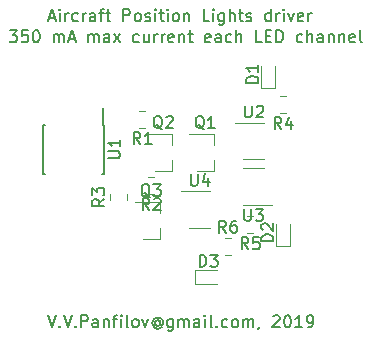
<source format=gbr>
G04 #@! TF.GenerationSoftware,KiCad,Pcbnew,(5.1.0)-1*
G04 #@! TF.CreationDate,2019-04-16T02:17:24+07:00*
G04 #@! TF.ProjectId,Bano,42616e6f-2e6b-4696-9361-645f70636258,rev?*
G04 #@! TF.SameCoordinates,Original*
G04 #@! TF.FileFunction,Legend,Top*
G04 #@! TF.FilePolarity,Positive*
%FSLAX46Y46*%
G04 Gerber Fmt 4.6, Leading zero omitted, Abs format (unit mm)*
G04 Created by KiCad (PCBNEW (5.1.0)-1) date 2019-04-16 02:17:24*
%MOMM*%
%LPD*%
G04 APERTURE LIST*
%ADD10C,0.150000*%
%ADD11C,0.120000*%
G04 APERTURE END LIST*
D10*
X64470238Y-40727380D02*
X65089285Y-40727380D01*
X64755952Y-41108333D01*
X64898809Y-41108333D01*
X64994047Y-41155952D01*
X65041666Y-41203571D01*
X65089285Y-41298809D01*
X65089285Y-41536904D01*
X65041666Y-41632142D01*
X64994047Y-41679761D01*
X64898809Y-41727380D01*
X64613095Y-41727380D01*
X64517857Y-41679761D01*
X64470238Y-41632142D01*
X65994047Y-40727380D02*
X65517857Y-40727380D01*
X65470238Y-41203571D01*
X65517857Y-41155952D01*
X65613095Y-41108333D01*
X65851190Y-41108333D01*
X65946428Y-41155952D01*
X65994047Y-41203571D01*
X66041666Y-41298809D01*
X66041666Y-41536904D01*
X65994047Y-41632142D01*
X65946428Y-41679761D01*
X65851190Y-41727380D01*
X65613095Y-41727380D01*
X65517857Y-41679761D01*
X65470238Y-41632142D01*
X66660714Y-40727380D02*
X66755952Y-40727380D01*
X66851190Y-40775000D01*
X66898809Y-40822619D01*
X66946428Y-40917857D01*
X66994047Y-41108333D01*
X66994047Y-41346428D01*
X66946428Y-41536904D01*
X66898809Y-41632142D01*
X66851190Y-41679761D01*
X66755952Y-41727380D01*
X66660714Y-41727380D01*
X66565476Y-41679761D01*
X66517857Y-41632142D01*
X66470238Y-41536904D01*
X66422619Y-41346428D01*
X66422619Y-41108333D01*
X66470238Y-40917857D01*
X66517857Y-40822619D01*
X66565476Y-40775000D01*
X66660714Y-40727380D01*
X68184523Y-41727380D02*
X68184523Y-41060714D01*
X68184523Y-41155952D02*
X68232142Y-41108333D01*
X68327380Y-41060714D01*
X68470238Y-41060714D01*
X68565476Y-41108333D01*
X68613095Y-41203571D01*
X68613095Y-41727380D01*
X68613095Y-41203571D02*
X68660714Y-41108333D01*
X68755952Y-41060714D01*
X68898809Y-41060714D01*
X68994047Y-41108333D01*
X69041666Y-41203571D01*
X69041666Y-41727380D01*
X69470238Y-41441666D02*
X69946428Y-41441666D01*
X69375000Y-41727380D02*
X69708333Y-40727380D01*
X70041666Y-41727380D01*
X71136904Y-41727380D02*
X71136904Y-41060714D01*
X71136904Y-41155952D02*
X71184523Y-41108333D01*
X71279761Y-41060714D01*
X71422619Y-41060714D01*
X71517857Y-41108333D01*
X71565476Y-41203571D01*
X71565476Y-41727380D01*
X71565476Y-41203571D02*
X71613095Y-41108333D01*
X71708333Y-41060714D01*
X71851190Y-41060714D01*
X71946428Y-41108333D01*
X71994047Y-41203571D01*
X71994047Y-41727380D01*
X72898809Y-41727380D02*
X72898809Y-41203571D01*
X72851190Y-41108333D01*
X72755952Y-41060714D01*
X72565476Y-41060714D01*
X72470238Y-41108333D01*
X72898809Y-41679761D02*
X72803571Y-41727380D01*
X72565476Y-41727380D01*
X72470238Y-41679761D01*
X72422619Y-41584523D01*
X72422619Y-41489285D01*
X72470238Y-41394047D01*
X72565476Y-41346428D01*
X72803571Y-41346428D01*
X72898809Y-41298809D01*
X73279761Y-41727380D02*
X73803571Y-41060714D01*
X73279761Y-41060714D02*
X73803571Y-41727380D01*
X75375000Y-41679761D02*
X75279761Y-41727380D01*
X75089285Y-41727380D01*
X74994047Y-41679761D01*
X74946428Y-41632142D01*
X74898809Y-41536904D01*
X74898809Y-41251190D01*
X74946428Y-41155952D01*
X74994047Y-41108333D01*
X75089285Y-41060714D01*
X75279761Y-41060714D01*
X75375000Y-41108333D01*
X76232142Y-41060714D02*
X76232142Y-41727380D01*
X75803571Y-41060714D02*
X75803571Y-41584523D01*
X75851190Y-41679761D01*
X75946428Y-41727380D01*
X76089285Y-41727380D01*
X76184523Y-41679761D01*
X76232142Y-41632142D01*
X76708333Y-41727380D02*
X76708333Y-41060714D01*
X76708333Y-41251190D02*
X76755952Y-41155952D01*
X76803571Y-41108333D01*
X76898809Y-41060714D01*
X76994047Y-41060714D01*
X77327380Y-41727380D02*
X77327380Y-41060714D01*
X77327380Y-41251190D02*
X77375000Y-41155952D01*
X77422619Y-41108333D01*
X77517857Y-41060714D01*
X77613095Y-41060714D01*
X78327380Y-41679761D02*
X78232142Y-41727380D01*
X78041666Y-41727380D01*
X77946428Y-41679761D01*
X77898809Y-41584523D01*
X77898809Y-41203571D01*
X77946428Y-41108333D01*
X78041666Y-41060714D01*
X78232142Y-41060714D01*
X78327380Y-41108333D01*
X78375000Y-41203571D01*
X78375000Y-41298809D01*
X77898809Y-41394047D01*
X78803571Y-41060714D02*
X78803571Y-41727380D01*
X78803571Y-41155952D02*
X78851190Y-41108333D01*
X78946428Y-41060714D01*
X79089285Y-41060714D01*
X79184523Y-41108333D01*
X79232142Y-41203571D01*
X79232142Y-41727380D01*
X79565476Y-41060714D02*
X79946428Y-41060714D01*
X79708333Y-40727380D02*
X79708333Y-41584523D01*
X79755952Y-41679761D01*
X79851190Y-41727380D01*
X79946428Y-41727380D01*
X81422619Y-41679761D02*
X81327380Y-41727380D01*
X81136904Y-41727380D01*
X81041666Y-41679761D01*
X80994047Y-41584523D01*
X80994047Y-41203571D01*
X81041666Y-41108333D01*
X81136904Y-41060714D01*
X81327380Y-41060714D01*
X81422619Y-41108333D01*
X81470238Y-41203571D01*
X81470238Y-41298809D01*
X80994047Y-41394047D01*
X82327380Y-41727380D02*
X82327380Y-41203571D01*
X82279761Y-41108333D01*
X82184523Y-41060714D01*
X81994047Y-41060714D01*
X81898809Y-41108333D01*
X82327380Y-41679761D02*
X82232142Y-41727380D01*
X81994047Y-41727380D01*
X81898809Y-41679761D01*
X81851190Y-41584523D01*
X81851190Y-41489285D01*
X81898809Y-41394047D01*
X81994047Y-41346428D01*
X82232142Y-41346428D01*
X82327380Y-41298809D01*
X83232142Y-41679761D02*
X83136904Y-41727380D01*
X82946428Y-41727380D01*
X82851190Y-41679761D01*
X82803571Y-41632142D01*
X82755952Y-41536904D01*
X82755952Y-41251190D01*
X82803571Y-41155952D01*
X82851190Y-41108333D01*
X82946428Y-41060714D01*
X83136904Y-41060714D01*
X83232142Y-41108333D01*
X83660714Y-41727380D02*
X83660714Y-40727380D01*
X84089285Y-41727380D02*
X84089285Y-41203571D01*
X84041666Y-41108333D01*
X83946428Y-41060714D01*
X83803571Y-41060714D01*
X83708333Y-41108333D01*
X83660714Y-41155952D01*
X85803571Y-41727380D02*
X85327380Y-41727380D01*
X85327380Y-40727380D01*
X86136904Y-41203571D02*
X86470238Y-41203571D01*
X86613095Y-41727380D02*
X86136904Y-41727380D01*
X86136904Y-40727380D01*
X86613095Y-40727380D01*
X87041666Y-41727380D02*
X87041666Y-40727380D01*
X87279761Y-40727380D01*
X87422619Y-40775000D01*
X87517857Y-40870238D01*
X87565476Y-40965476D01*
X87613095Y-41155952D01*
X87613095Y-41298809D01*
X87565476Y-41489285D01*
X87517857Y-41584523D01*
X87422619Y-41679761D01*
X87279761Y-41727380D01*
X87041666Y-41727380D01*
X89232142Y-41679761D02*
X89136904Y-41727380D01*
X88946428Y-41727380D01*
X88851190Y-41679761D01*
X88803571Y-41632142D01*
X88755952Y-41536904D01*
X88755952Y-41251190D01*
X88803571Y-41155952D01*
X88851190Y-41108333D01*
X88946428Y-41060714D01*
X89136904Y-41060714D01*
X89232142Y-41108333D01*
X89660714Y-41727380D02*
X89660714Y-40727380D01*
X90089285Y-41727380D02*
X90089285Y-41203571D01*
X90041666Y-41108333D01*
X89946428Y-41060714D01*
X89803571Y-41060714D01*
X89708333Y-41108333D01*
X89660714Y-41155952D01*
X90994047Y-41727380D02*
X90994047Y-41203571D01*
X90946428Y-41108333D01*
X90851190Y-41060714D01*
X90660714Y-41060714D01*
X90565476Y-41108333D01*
X90994047Y-41679761D02*
X90898809Y-41727380D01*
X90660714Y-41727380D01*
X90565476Y-41679761D01*
X90517857Y-41584523D01*
X90517857Y-41489285D01*
X90565476Y-41394047D01*
X90660714Y-41346428D01*
X90898809Y-41346428D01*
X90994047Y-41298809D01*
X91470238Y-41060714D02*
X91470238Y-41727380D01*
X91470238Y-41155952D02*
X91517857Y-41108333D01*
X91613095Y-41060714D01*
X91755952Y-41060714D01*
X91851190Y-41108333D01*
X91898809Y-41203571D01*
X91898809Y-41727380D01*
X92374999Y-41060714D02*
X92374999Y-41727380D01*
X92374999Y-41155952D02*
X92422619Y-41108333D01*
X92517857Y-41060714D01*
X92660714Y-41060714D01*
X92755952Y-41108333D01*
X92803571Y-41203571D01*
X92803571Y-41727380D01*
X93660714Y-41679761D02*
X93565476Y-41727380D01*
X93374999Y-41727380D01*
X93279761Y-41679761D01*
X93232142Y-41584523D01*
X93232142Y-41203571D01*
X93279761Y-41108333D01*
X93374999Y-41060714D01*
X93565476Y-41060714D01*
X93660714Y-41108333D01*
X93708333Y-41203571D01*
X93708333Y-41298809D01*
X93232142Y-41394047D01*
X94279761Y-41727380D02*
X94184523Y-41679761D01*
X94136904Y-41584523D01*
X94136904Y-40727380D01*
X67708285Y-64857380D02*
X68041619Y-65857380D01*
X68374952Y-64857380D01*
X68708285Y-65762142D02*
X68755904Y-65809761D01*
X68708285Y-65857380D01*
X68660666Y-65809761D01*
X68708285Y-65762142D01*
X68708285Y-65857380D01*
X69041619Y-64857380D02*
X69374952Y-65857380D01*
X69708285Y-64857380D01*
X70041619Y-65762142D02*
X70089238Y-65809761D01*
X70041619Y-65857380D01*
X69994000Y-65809761D01*
X70041619Y-65762142D01*
X70041619Y-65857380D01*
X70517809Y-65857380D02*
X70517809Y-64857380D01*
X70898761Y-64857380D01*
X70994000Y-64905000D01*
X71041619Y-64952619D01*
X71089238Y-65047857D01*
X71089238Y-65190714D01*
X71041619Y-65285952D01*
X70994000Y-65333571D01*
X70898761Y-65381190D01*
X70517809Y-65381190D01*
X71946380Y-65857380D02*
X71946380Y-65333571D01*
X71898761Y-65238333D01*
X71803523Y-65190714D01*
X71613047Y-65190714D01*
X71517809Y-65238333D01*
X71946380Y-65809761D02*
X71851142Y-65857380D01*
X71613047Y-65857380D01*
X71517809Y-65809761D01*
X71470190Y-65714523D01*
X71470190Y-65619285D01*
X71517809Y-65524047D01*
X71613047Y-65476428D01*
X71851142Y-65476428D01*
X71946380Y-65428809D01*
X72422571Y-65190714D02*
X72422571Y-65857380D01*
X72422571Y-65285952D02*
X72470190Y-65238333D01*
X72565428Y-65190714D01*
X72708285Y-65190714D01*
X72803523Y-65238333D01*
X72851142Y-65333571D01*
X72851142Y-65857380D01*
X73184476Y-65190714D02*
X73565428Y-65190714D01*
X73327333Y-65857380D02*
X73327333Y-65000238D01*
X73374952Y-64905000D01*
X73470190Y-64857380D01*
X73565428Y-64857380D01*
X73898761Y-65857380D02*
X73898761Y-65190714D01*
X73898761Y-64857380D02*
X73851142Y-64905000D01*
X73898761Y-64952619D01*
X73946380Y-64905000D01*
X73898761Y-64857380D01*
X73898761Y-64952619D01*
X74517809Y-65857380D02*
X74422571Y-65809761D01*
X74374952Y-65714523D01*
X74374952Y-64857380D01*
X75041619Y-65857380D02*
X74946380Y-65809761D01*
X74898761Y-65762142D01*
X74851142Y-65666904D01*
X74851142Y-65381190D01*
X74898761Y-65285952D01*
X74946380Y-65238333D01*
X75041619Y-65190714D01*
X75184476Y-65190714D01*
X75279714Y-65238333D01*
X75327333Y-65285952D01*
X75374952Y-65381190D01*
X75374952Y-65666904D01*
X75327333Y-65762142D01*
X75279714Y-65809761D01*
X75184476Y-65857380D01*
X75041619Y-65857380D01*
X75708285Y-65190714D02*
X75946380Y-65857380D01*
X76184476Y-65190714D01*
X77184476Y-65381190D02*
X77136857Y-65333571D01*
X77041619Y-65285952D01*
X76946380Y-65285952D01*
X76851142Y-65333571D01*
X76803523Y-65381190D01*
X76755904Y-65476428D01*
X76755904Y-65571666D01*
X76803523Y-65666904D01*
X76851142Y-65714523D01*
X76946380Y-65762142D01*
X77041619Y-65762142D01*
X77136857Y-65714523D01*
X77184476Y-65666904D01*
X77184476Y-65285952D02*
X77184476Y-65666904D01*
X77232095Y-65714523D01*
X77279714Y-65714523D01*
X77374952Y-65666904D01*
X77422571Y-65571666D01*
X77422571Y-65333571D01*
X77327333Y-65190714D01*
X77184476Y-65095476D01*
X76993999Y-65047857D01*
X76803523Y-65095476D01*
X76660666Y-65190714D01*
X76565428Y-65333571D01*
X76517809Y-65524047D01*
X76565428Y-65714523D01*
X76660666Y-65857380D01*
X76803523Y-65952619D01*
X76993999Y-66000238D01*
X77184476Y-65952619D01*
X77327333Y-65857380D01*
X78279714Y-65190714D02*
X78279714Y-66000238D01*
X78232095Y-66095476D01*
X78184476Y-66143095D01*
X78089238Y-66190714D01*
X77946380Y-66190714D01*
X77851142Y-66143095D01*
X78279714Y-65809761D02*
X78184476Y-65857380D01*
X77993999Y-65857380D01*
X77898761Y-65809761D01*
X77851142Y-65762142D01*
X77803523Y-65666904D01*
X77803523Y-65381190D01*
X77851142Y-65285952D01*
X77898761Y-65238333D01*
X77993999Y-65190714D01*
X78184476Y-65190714D01*
X78279714Y-65238333D01*
X78755904Y-65857380D02*
X78755904Y-65190714D01*
X78755904Y-65285952D02*
X78803523Y-65238333D01*
X78898761Y-65190714D01*
X79041619Y-65190714D01*
X79136857Y-65238333D01*
X79184476Y-65333571D01*
X79184476Y-65857380D01*
X79184476Y-65333571D02*
X79232095Y-65238333D01*
X79327333Y-65190714D01*
X79470190Y-65190714D01*
X79565428Y-65238333D01*
X79613047Y-65333571D01*
X79613047Y-65857380D01*
X80517809Y-65857380D02*
X80517809Y-65333571D01*
X80470190Y-65238333D01*
X80374952Y-65190714D01*
X80184476Y-65190714D01*
X80089238Y-65238333D01*
X80517809Y-65809761D02*
X80422571Y-65857380D01*
X80184476Y-65857380D01*
X80089238Y-65809761D01*
X80041619Y-65714523D01*
X80041619Y-65619285D01*
X80089238Y-65524047D01*
X80184476Y-65476428D01*
X80422571Y-65476428D01*
X80517809Y-65428809D01*
X80994000Y-65857380D02*
X80994000Y-65190714D01*
X80994000Y-64857380D02*
X80946380Y-64905000D01*
X80994000Y-64952619D01*
X81041619Y-64905000D01*
X80994000Y-64857380D01*
X80994000Y-64952619D01*
X81613047Y-65857380D02*
X81517809Y-65809761D01*
X81470190Y-65714523D01*
X81470190Y-64857380D01*
X81994000Y-65762142D02*
X82041619Y-65809761D01*
X81994000Y-65857380D01*
X81946380Y-65809761D01*
X81994000Y-65762142D01*
X81994000Y-65857380D01*
X82898761Y-65809761D02*
X82803523Y-65857380D01*
X82613047Y-65857380D01*
X82517809Y-65809761D01*
X82470190Y-65762142D01*
X82422571Y-65666904D01*
X82422571Y-65381190D01*
X82470190Y-65285952D01*
X82517809Y-65238333D01*
X82613047Y-65190714D01*
X82803523Y-65190714D01*
X82898761Y-65238333D01*
X83470190Y-65857380D02*
X83374952Y-65809761D01*
X83327333Y-65762142D01*
X83279714Y-65666904D01*
X83279714Y-65381190D01*
X83327333Y-65285952D01*
X83374952Y-65238333D01*
X83470190Y-65190714D01*
X83613047Y-65190714D01*
X83708285Y-65238333D01*
X83755904Y-65285952D01*
X83803523Y-65381190D01*
X83803523Y-65666904D01*
X83755904Y-65762142D01*
X83708285Y-65809761D01*
X83613047Y-65857380D01*
X83470190Y-65857380D01*
X84232095Y-65857380D02*
X84232095Y-65190714D01*
X84232095Y-65285952D02*
X84279714Y-65238333D01*
X84374952Y-65190714D01*
X84517809Y-65190714D01*
X84613047Y-65238333D01*
X84660666Y-65333571D01*
X84660666Y-65857380D01*
X84660666Y-65333571D02*
X84708285Y-65238333D01*
X84803523Y-65190714D01*
X84946380Y-65190714D01*
X85041619Y-65238333D01*
X85089238Y-65333571D01*
X85089238Y-65857380D01*
X85613047Y-65809761D02*
X85613047Y-65857380D01*
X85565428Y-65952619D01*
X85517809Y-66000238D01*
X86755904Y-64952619D02*
X86803523Y-64905000D01*
X86898761Y-64857380D01*
X87136857Y-64857380D01*
X87232095Y-64905000D01*
X87279714Y-64952619D01*
X87327333Y-65047857D01*
X87327333Y-65143095D01*
X87279714Y-65285952D01*
X86708285Y-65857380D01*
X87327333Y-65857380D01*
X87946380Y-64857380D02*
X88041619Y-64857380D01*
X88136857Y-64905000D01*
X88184476Y-64952619D01*
X88232095Y-65047857D01*
X88279714Y-65238333D01*
X88279714Y-65476428D01*
X88232095Y-65666904D01*
X88184476Y-65762142D01*
X88136857Y-65809761D01*
X88041619Y-65857380D01*
X87946380Y-65857380D01*
X87851142Y-65809761D01*
X87803523Y-65762142D01*
X87755904Y-65666904D01*
X87708285Y-65476428D01*
X87708285Y-65238333D01*
X87755904Y-65047857D01*
X87803523Y-64952619D01*
X87851142Y-64905000D01*
X87946380Y-64857380D01*
X89232095Y-65857380D02*
X88660666Y-65857380D01*
X88946380Y-65857380D02*
X88946380Y-64857380D01*
X88851142Y-65000238D01*
X88755904Y-65095476D01*
X88660666Y-65143095D01*
X89708285Y-65857380D02*
X89898761Y-65857380D01*
X89993999Y-65809761D01*
X90041619Y-65762142D01*
X90136857Y-65619285D01*
X90184476Y-65428809D01*
X90184476Y-65047857D01*
X90136857Y-64952619D01*
X90089238Y-64905000D01*
X89993999Y-64857380D01*
X89803523Y-64857380D01*
X89708285Y-64905000D01*
X89660666Y-64952619D01*
X89613047Y-65047857D01*
X89613047Y-65285952D01*
X89660666Y-65381190D01*
X89708285Y-65428809D01*
X89803523Y-65476428D01*
X89993999Y-65476428D01*
X90089238Y-65428809D01*
X90136857Y-65381190D01*
X90184476Y-65285952D01*
X67795571Y-39663666D02*
X68271761Y-39663666D01*
X67700333Y-39949380D02*
X68033666Y-38949380D01*
X68367000Y-39949380D01*
X68700333Y-39949380D02*
X68700333Y-39282714D01*
X68700333Y-38949380D02*
X68652714Y-38997000D01*
X68700333Y-39044619D01*
X68747952Y-38997000D01*
X68700333Y-38949380D01*
X68700333Y-39044619D01*
X69176523Y-39949380D02*
X69176523Y-39282714D01*
X69176523Y-39473190D02*
X69224142Y-39377952D01*
X69271761Y-39330333D01*
X69367000Y-39282714D01*
X69462238Y-39282714D01*
X70224142Y-39901761D02*
X70128904Y-39949380D01*
X69938428Y-39949380D01*
X69843190Y-39901761D01*
X69795571Y-39854142D01*
X69747952Y-39758904D01*
X69747952Y-39473190D01*
X69795571Y-39377952D01*
X69843190Y-39330333D01*
X69938428Y-39282714D01*
X70128904Y-39282714D01*
X70224142Y-39330333D01*
X70652714Y-39949380D02*
X70652714Y-39282714D01*
X70652714Y-39473190D02*
X70700333Y-39377952D01*
X70747952Y-39330333D01*
X70843190Y-39282714D01*
X70938428Y-39282714D01*
X71700333Y-39949380D02*
X71700333Y-39425571D01*
X71652714Y-39330333D01*
X71557476Y-39282714D01*
X71367000Y-39282714D01*
X71271761Y-39330333D01*
X71700333Y-39901761D02*
X71605095Y-39949380D01*
X71367000Y-39949380D01*
X71271761Y-39901761D01*
X71224142Y-39806523D01*
X71224142Y-39711285D01*
X71271761Y-39616047D01*
X71367000Y-39568428D01*
X71605095Y-39568428D01*
X71700333Y-39520809D01*
X72033666Y-39282714D02*
X72414619Y-39282714D01*
X72176523Y-39949380D02*
X72176523Y-39092238D01*
X72224142Y-38997000D01*
X72319380Y-38949380D01*
X72414619Y-38949380D01*
X72605095Y-39282714D02*
X72986047Y-39282714D01*
X72747952Y-38949380D02*
X72747952Y-39806523D01*
X72795571Y-39901761D01*
X72890809Y-39949380D01*
X72986047Y-39949380D01*
X74081285Y-39949380D02*
X74081285Y-38949380D01*
X74462238Y-38949380D01*
X74557476Y-38997000D01*
X74605095Y-39044619D01*
X74652714Y-39139857D01*
X74652714Y-39282714D01*
X74605095Y-39377952D01*
X74557476Y-39425571D01*
X74462238Y-39473190D01*
X74081285Y-39473190D01*
X75224142Y-39949380D02*
X75128904Y-39901761D01*
X75081285Y-39854142D01*
X75033666Y-39758904D01*
X75033666Y-39473190D01*
X75081285Y-39377952D01*
X75128904Y-39330333D01*
X75224142Y-39282714D01*
X75367000Y-39282714D01*
X75462238Y-39330333D01*
X75509857Y-39377952D01*
X75557476Y-39473190D01*
X75557476Y-39758904D01*
X75509857Y-39854142D01*
X75462238Y-39901761D01*
X75367000Y-39949380D01*
X75224142Y-39949380D01*
X75938428Y-39901761D02*
X76033666Y-39949380D01*
X76224142Y-39949380D01*
X76319380Y-39901761D01*
X76367000Y-39806523D01*
X76367000Y-39758904D01*
X76319380Y-39663666D01*
X76224142Y-39616047D01*
X76081285Y-39616047D01*
X75986047Y-39568428D01*
X75938428Y-39473190D01*
X75938428Y-39425571D01*
X75986047Y-39330333D01*
X76081285Y-39282714D01*
X76224142Y-39282714D01*
X76319380Y-39330333D01*
X76795571Y-39949380D02*
X76795571Y-39282714D01*
X76795571Y-38949380D02*
X76747952Y-38997000D01*
X76795571Y-39044619D01*
X76843190Y-38997000D01*
X76795571Y-38949380D01*
X76795571Y-39044619D01*
X77128904Y-39282714D02*
X77509857Y-39282714D01*
X77271761Y-38949380D02*
X77271761Y-39806523D01*
X77319380Y-39901761D01*
X77414619Y-39949380D01*
X77509857Y-39949380D01*
X77843190Y-39949380D02*
X77843190Y-39282714D01*
X77843190Y-38949380D02*
X77795571Y-38997000D01*
X77843190Y-39044619D01*
X77890809Y-38997000D01*
X77843190Y-38949380D01*
X77843190Y-39044619D01*
X78462238Y-39949380D02*
X78367000Y-39901761D01*
X78319380Y-39854142D01*
X78271761Y-39758904D01*
X78271761Y-39473190D01*
X78319380Y-39377952D01*
X78367000Y-39330333D01*
X78462238Y-39282714D01*
X78605095Y-39282714D01*
X78700333Y-39330333D01*
X78747952Y-39377952D01*
X78795571Y-39473190D01*
X78795571Y-39758904D01*
X78747952Y-39854142D01*
X78700333Y-39901761D01*
X78605095Y-39949380D01*
X78462238Y-39949380D01*
X79224142Y-39282714D02*
X79224142Y-39949380D01*
X79224142Y-39377952D02*
X79271761Y-39330333D01*
X79367000Y-39282714D01*
X79509857Y-39282714D01*
X79605095Y-39330333D01*
X79652714Y-39425571D01*
X79652714Y-39949380D01*
X81367000Y-39949380D02*
X80890809Y-39949380D01*
X80890809Y-38949380D01*
X81700333Y-39949380D02*
X81700333Y-39282714D01*
X81700333Y-38949380D02*
X81652714Y-38997000D01*
X81700333Y-39044619D01*
X81747952Y-38997000D01*
X81700333Y-38949380D01*
X81700333Y-39044619D01*
X82605095Y-39282714D02*
X82605095Y-40092238D01*
X82557476Y-40187476D01*
X82509857Y-40235095D01*
X82414619Y-40282714D01*
X82271761Y-40282714D01*
X82176523Y-40235095D01*
X82605095Y-39901761D02*
X82509857Y-39949380D01*
X82319380Y-39949380D01*
X82224142Y-39901761D01*
X82176523Y-39854142D01*
X82128904Y-39758904D01*
X82128904Y-39473190D01*
X82176523Y-39377952D01*
X82224142Y-39330333D01*
X82319380Y-39282714D01*
X82509857Y-39282714D01*
X82605095Y-39330333D01*
X83081285Y-39949380D02*
X83081285Y-38949380D01*
X83509857Y-39949380D02*
X83509857Y-39425571D01*
X83462238Y-39330333D01*
X83367000Y-39282714D01*
X83224142Y-39282714D01*
X83128904Y-39330333D01*
X83081285Y-39377952D01*
X83843190Y-39282714D02*
X84224142Y-39282714D01*
X83986047Y-38949380D02*
X83986047Y-39806523D01*
X84033666Y-39901761D01*
X84128904Y-39949380D01*
X84224142Y-39949380D01*
X84509857Y-39901761D02*
X84605095Y-39949380D01*
X84795571Y-39949380D01*
X84890809Y-39901761D01*
X84938428Y-39806523D01*
X84938428Y-39758904D01*
X84890809Y-39663666D01*
X84795571Y-39616047D01*
X84652714Y-39616047D01*
X84557476Y-39568428D01*
X84509857Y-39473190D01*
X84509857Y-39425571D01*
X84557476Y-39330333D01*
X84652714Y-39282714D01*
X84795571Y-39282714D01*
X84890809Y-39330333D01*
X86557476Y-39949380D02*
X86557476Y-38949380D01*
X86557476Y-39901761D02*
X86462238Y-39949380D01*
X86271761Y-39949380D01*
X86176523Y-39901761D01*
X86128904Y-39854142D01*
X86081285Y-39758904D01*
X86081285Y-39473190D01*
X86128904Y-39377952D01*
X86176523Y-39330333D01*
X86271761Y-39282714D01*
X86462238Y-39282714D01*
X86557476Y-39330333D01*
X87033666Y-39949380D02*
X87033666Y-39282714D01*
X87033666Y-39473190D02*
X87081285Y-39377952D01*
X87128904Y-39330333D01*
X87224142Y-39282714D01*
X87319380Y-39282714D01*
X87652714Y-39949380D02*
X87652714Y-39282714D01*
X87652714Y-38949380D02*
X87605095Y-38997000D01*
X87652714Y-39044619D01*
X87700333Y-38997000D01*
X87652714Y-38949380D01*
X87652714Y-39044619D01*
X88033666Y-39282714D02*
X88271761Y-39949380D01*
X88509857Y-39282714D01*
X89271761Y-39901761D02*
X89176523Y-39949380D01*
X88986047Y-39949380D01*
X88890809Y-39901761D01*
X88843190Y-39806523D01*
X88843190Y-39425571D01*
X88890809Y-39330333D01*
X88986047Y-39282714D01*
X89176523Y-39282714D01*
X89271761Y-39330333D01*
X89319380Y-39425571D01*
X89319380Y-39520809D01*
X88843190Y-39616047D01*
X89747952Y-39949380D02*
X89747952Y-39282714D01*
X89747952Y-39473190D02*
X89795571Y-39377952D01*
X89843190Y-39330333D01*
X89938428Y-39282714D01*
X90033666Y-39282714D01*
D11*
X85760000Y-45600000D02*
X86960000Y-45600000D01*
X85760000Y-43750000D02*
X85760000Y-45600000D01*
X86960000Y-43750000D02*
X86960000Y-45600000D01*
X87030000Y-59000000D02*
X88230000Y-59000000D01*
X87030000Y-57150000D02*
X87030000Y-59000000D01*
X88230000Y-57150000D02*
X88230000Y-59000000D01*
X81980000Y-62195000D02*
X80130000Y-62195000D01*
X81980000Y-60995000D02*
X80130000Y-60995000D01*
X80130000Y-60995000D02*
X80130000Y-62195000D01*
X81786000Y-52634000D02*
X81786000Y-51704000D01*
X81786000Y-49474000D02*
X81786000Y-50404000D01*
X81786000Y-49474000D02*
X79626000Y-49474000D01*
X81786000Y-52634000D02*
X80326000Y-52634000D01*
X78230000Y-52634000D02*
X78230000Y-51704000D01*
X78230000Y-49474000D02*
X78230000Y-50404000D01*
X78230000Y-49474000D02*
X76070000Y-49474000D01*
X78230000Y-52634000D02*
X76770000Y-52634000D01*
X77198000Y-58410000D02*
X75738000Y-58410000D01*
X77198000Y-55250000D02*
X75038000Y-55250000D01*
X77198000Y-55250000D02*
X77198000Y-56180000D01*
X77198000Y-58410000D02*
X77198000Y-57480000D01*
X75953252Y-47550000D02*
X75430748Y-47550000D01*
X75953252Y-48970000D02*
X75430748Y-48970000D01*
X76724252Y-54558000D02*
X76201748Y-54558000D01*
X76724252Y-53138000D02*
X76201748Y-53138000D01*
X72950000Y-55116252D02*
X72950000Y-54593748D01*
X74370000Y-55116252D02*
X74370000Y-54593748D01*
X87891252Y-47700000D02*
X87368748Y-47700000D01*
X87891252Y-46280000D02*
X87368748Y-46280000D01*
X85106252Y-56440000D02*
X84583748Y-56440000D01*
X85106252Y-57860000D02*
X84583748Y-57860000D01*
X82678748Y-59765000D02*
X83201252Y-59765000D01*
X82678748Y-58345000D02*
X83201252Y-58345000D01*
D10*
X72425000Y-48725000D02*
X72375000Y-48725000D01*
X72425000Y-52875000D02*
X72280000Y-52875000D01*
X67275000Y-52875000D02*
X67420000Y-52875000D01*
X67275000Y-48725000D02*
X67420000Y-48725000D01*
X72425000Y-48725000D02*
X72425000Y-52875000D01*
X67275000Y-48725000D02*
X67275000Y-52875000D01*
X72375000Y-48725000D02*
X72375000Y-47325000D01*
D11*
X86010000Y-48594000D02*
X83580000Y-48594000D01*
X84250000Y-51664000D02*
X86010000Y-51664000D01*
X85970000Y-52415000D02*
X84210000Y-52415000D01*
X84210000Y-55485000D02*
X86640000Y-55485000D01*
X79678000Y-57440000D02*
X81438000Y-57440000D01*
X81438000Y-54370000D02*
X79008000Y-54370000D01*
D10*
X85512380Y-45188095D02*
X84512380Y-45188095D01*
X84512380Y-44950000D01*
X84560000Y-44807142D01*
X84655238Y-44711904D01*
X84750476Y-44664285D01*
X84940952Y-44616666D01*
X85083809Y-44616666D01*
X85274285Y-44664285D01*
X85369523Y-44711904D01*
X85464761Y-44807142D01*
X85512380Y-44950000D01*
X85512380Y-45188095D01*
X85512380Y-43664285D02*
X85512380Y-44235714D01*
X85512380Y-43950000D02*
X84512380Y-43950000D01*
X84655238Y-44045238D01*
X84750476Y-44140476D01*
X84798095Y-44235714D01*
X86782380Y-58588095D02*
X85782380Y-58588095D01*
X85782380Y-58350000D01*
X85830000Y-58207142D01*
X85925238Y-58111904D01*
X86020476Y-58064285D01*
X86210952Y-58016666D01*
X86353809Y-58016666D01*
X86544285Y-58064285D01*
X86639523Y-58111904D01*
X86734761Y-58207142D01*
X86782380Y-58350000D01*
X86782380Y-58588095D01*
X85877619Y-57635714D02*
X85830000Y-57588095D01*
X85782380Y-57492857D01*
X85782380Y-57254761D01*
X85830000Y-57159523D01*
X85877619Y-57111904D01*
X85972857Y-57064285D01*
X86068095Y-57064285D01*
X86210952Y-57111904D01*
X86782380Y-57683333D01*
X86782380Y-57064285D01*
X80541904Y-60747380D02*
X80541904Y-59747380D01*
X80780000Y-59747380D01*
X80922857Y-59795000D01*
X81018095Y-59890238D01*
X81065714Y-59985476D01*
X81113333Y-60175952D01*
X81113333Y-60318809D01*
X81065714Y-60509285D01*
X81018095Y-60604523D01*
X80922857Y-60699761D01*
X80780000Y-60747380D01*
X80541904Y-60747380D01*
X81446666Y-59747380D02*
X82065714Y-59747380D01*
X81732380Y-60128333D01*
X81875238Y-60128333D01*
X81970476Y-60175952D01*
X82018095Y-60223571D01*
X82065714Y-60318809D01*
X82065714Y-60556904D01*
X82018095Y-60652142D01*
X81970476Y-60699761D01*
X81875238Y-60747380D01*
X81589523Y-60747380D01*
X81494285Y-60699761D01*
X81446666Y-60652142D01*
X80930761Y-49101619D02*
X80835523Y-49054000D01*
X80740285Y-48958761D01*
X80597428Y-48815904D01*
X80502190Y-48768285D01*
X80406952Y-48768285D01*
X80454571Y-49006380D02*
X80359333Y-48958761D01*
X80264095Y-48863523D01*
X80216476Y-48673047D01*
X80216476Y-48339714D01*
X80264095Y-48149238D01*
X80359333Y-48054000D01*
X80454571Y-48006380D01*
X80645047Y-48006380D01*
X80740285Y-48054000D01*
X80835523Y-48149238D01*
X80883142Y-48339714D01*
X80883142Y-48673047D01*
X80835523Y-48863523D01*
X80740285Y-48958761D01*
X80645047Y-49006380D01*
X80454571Y-49006380D01*
X81835523Y-49006380D02*
X81264095Y-49006380D01*
X81549809Y-49006380D02*
X81549809Y-48006380D01*
X81454571Y-48149238D01*
X81359333Y-48244476D01*
X81264095Y-48292095D01*
X77374761Y-49101619D02*
X77279523Y-49054000D01*
X77184285Y-48958761D01*
X77041428Y-48815904D01*
X76946190Y-48768285D01*
X76850952Y-48768285D01*
X76898571Y-49006380D02*
X76803333Y-48958761D01*
X76708095Y-48863523D01*
X76660476Y-48673047D01*
X76660476Y-48339714D01*
X76708095Y-48149238D01*
X76803333Y-48054000D01*
X76898571Y-48006380D01*
X77089047Y-48006380D01*
X77184285Y-48054000D01*
X77279523Y-48149238D01*
X77327142Y-48339714D01*
X77327142Y-48673047D01*
X77279523Y-48863523D01*
X77184285Y-48958761D01*
X77089047Y-49006380D01*
X76898571Y-49006380D01*
X77708095Y-48101619D02*
X77755714Y-48054000D01*
X77850952Y-48006380D01*
X78089047Y-48006380D01*
X78184285Y-48054000D01*
X78231904Y-48101619D01*
X78279523Y-48196857D01*
X78279523Y-48292095D01*
X78231904Y-48434952D01*
X77660476Y-49006380D01*
X78279523Y-49006380D01*
X76342761Y-54877619D02*
X76247523Y-54830000D01*
X76152285Y-54734761D01*
X76009428Y-54591904D01*
X75914190Y-54544285D01*
X75818952Y-54544285D01*
X75866571Y-54782380D02*
X75771333Y-54734761D01*
X75676095Y-54639523D01*
X75628476Y-54449047D01*
X75628476Y-54115714D01*
X75676095Y-53925238D01*
X75771333Y-53830000D01*
X75866571Y-53782380D01*
X76057047Y-53782380D01*
X76152285Y-53830000D01*
X76247523Y-53925238D01*
X76295142Y-54115714D01*
X76295142Y-54449047D01*
X76247523Y-54639523D01*
X76152285Y-54734761D01*
X76057047Y-54782380D01*
X75866571Y-54782380D01*
X76628476Y-53782380D02*
X77247523Y-53782380D01*
X76914190Y-54163333D01*
X77057047Y-54163333D01*
X77152285Y-54210952D01*
X77199904Y-54258571D01*
X77247523Y-54353809D01*
X77247523Y-54591904D01*
X77199904Y-54687142D01*
X77152285Y-54734761D01*
X77057047Y-54782380D01*
X76771333Y-54782380D01*
X76676095Y-54734761D01*
X76628476Y-54687142D01*
X75525333Y-50362380D02*
X75192000Y-49886190D01*
X74953904Y-50362380D02*
X74953904Y-49362380D01*
X75334857Y-49362380D01*
X75430095Y-49410000D01*
X75477714Y-49457619D01*
X75525333Y-49552857D01*
X75525333Y-49695714D01*
X75477714Y-49790952D01*
X75430095Y-49838571D01*
X75334857Y-49886190D01*
X74953904Y-49886190D01*
X76477714Y-50362380D02*
X75906285Y-50362380D01*
X76192000Y-50362380D02*
X76192000Y-49362380D01*
X76096761Y-49505238D01*
X76001523Y-49600476D01*
X75906285Y-49648095D01*
X76296333Y-55950380D02*
X75963000Y-55474190D01*
X75724904Y-55950380D02*
X75724904Y-54950380D01*
X76105857Y-54950380D01*
X76201095Y-54998000D01*
X76248714Y-55045619D01*
X76296333Y-55140857D01*
X76296333Y-55283714D01*
X76248714Y-55378952D01*
X76201095Y-55426571D01*
X76105857Y-55474190D01*
X75724904Y-55474190D01*
X76677285Y-55045619D02*
X76724904Y-54998000D01*
X76820142Y-54950380D01*
X77058238Y-54950380D01*
X77153476Y-54998000D01*
X77201095Y-55045619D01*
X77248714Y-55140857D01*
X77248714Y-55236095D01*
X77201095Y-55378952D01*
X76629666Y-55950380D01*
X77248714Y-55950380D01*
X72462380Y-55021666D02*
X71986190Y-55355000D01*
X72462380Y-55593095D02*
X71462380Y-55593095D01*
X71462380Y-55212142D01*
X71510000Y-55116904D01*
X71557619Y-55069285D01*
X71652857Y-55021666D01*
X71795714Y-55021666D01*
X71890952Y-55069285D01*
X71938571Y-55116904D01*
X71986190Y-55212142D01*
X71986190Y-55593095D01*
X71462380Y-54688333D02*
X71462380Y-54069285D01*
X71843333Y-54402619D01*
X71843333Y-54259761D01*
X71890952Y-54164523D01*
X71938571Y-54116904D01*
X72033809Y-54069285D01*
X72271904Y-54069285D01*
X72367142Y-54116904D01*
X72414761Y-54164523D01*
X72462380Y-54259761D01*
X72462380Y-54545476D01*
X72414761Y-54640714D01*
X72367142Y-54688333D01*
X87463333Y-49092380D02*
X87130000Y-48616190D01*
X86891904Y-49092380D02*
X86891904Y-48092380D01*
X87272857Y-48092380D01*
X87368095Y-48140000D01*
X87415714Y-48187619D01*
X87463333Y-48282857D01*
X87463333Y-48425714D01*
X87415714Y-48520952D01*
X87368095Y-48568571D01*
X87272857Y-48616190D01*
X86891904Y-48616190D01*
X88320476Y-48425714D02*
X88320476Y-49092380D01*
X88082380Y-48044761D02*
X87844285Y-48759047D01*
X88463333Y-48759047D01*
X84678333Y-59252380D02*
X84345000Y-58776190D01*
X84106904Y-59252380D02*
X84106904Y-58252380D01*
X84487857Y-58252380D01*
X84583095Y-58300000D01*
X84630714Y-58347619D01*
X84678333Y-58442857D01*
X84678333Y-58585714D01*
X84630714Y-58680952D01*
X84583095Y-58728571D01*
X84487857Y-58776190D01*
X84106904Y-58776190D01*
X85583095Y-58252380D02*
X85106904Y-58252380D01*
X85059285Y-58728571D01*
X85106904Y-58680952D01*
X85202142Y-58633333D01*
X85440238Y-58633333D01*
X85535476Y-58680952D01*
X85583095Y-58728571D01*
X85630714Y-58823809D01*
X85630714Y-59061904D01*
X85583095Y-59157142D01*
X85535476Y-59204761D01*
X85440238Y-59252380D01*
X85202142Y-59252380D01*
X85106904Y-59204761D01*
X85059285Y-59157142D01*
X82773333Y-57857380D02*
X82440000Y-57381190D01*
X82201904Y-57857380D02*
X82201904Y-56857380D01*
X82582857Y-56857380D01*
X82678095Y-56905000D01*
X82725714Y-56952619D01*
X82773333Y-57047857D01*
X82773333Y-57190714D01*
X82725714Y-57285952D01*
X82678095Y-57333571D01*
X82582857Y-57381190D01*
X82201904Y-57381190D01*
X83630476Y-56857380D02*
X83440000Y-56857380D01*
X83344761Y-56905000D01*
X83297142Y-56952619D01*
X83201904Y-57095476D01*
X83154285Y-57285952D01*
X83154285Y-57666904D01*
X83201904Y-57762142D01*
X83249523Y-57809761D01*
X83344761Y-57857380D01*
X83535238Y-57857380D01*
X83630476Y-57809761D01*
X83678095Y-57762142D01*
X83725714Y-57666904D01*
X83725714Y-57428809D01*
X83678095Y-57333571D01*
X83630476Y-57285952D01*
X83535238Y-57238333D01*
X83344761Y-57238333D01*
X83249523Y-57285952D01*
X83201904Y-57333571D01*
X83154285Y-57428809D01*
X72802380Y-51561904D02*
X73611904Y-51561904D01*
X73707142Y-51514285D01*
X73754761Y-51466666D01*
X73802380Y-51371428D01*
X73802380Y-51180952D01*
X73754761Y-51085714D01*
X73707142Y-51038095D01*
X73611904Y-50990476D01*
X72802380Y-50990476D01*
X73802380Y-49990476D02*
X73802380Y-50561904D01*
X73802380Y-50276190D02*
X72802380Y-50276190D01*
X72945238Y-50371428D01*
X73040476Y-50466666D01*
X73088095Y-50561904D01*
X84368095Y-47106380D02*
X84368095Y-47915904D01*
X84415714Y-48011142D01*
X84463333Y-48058761D01*
X84558571Y-48106380D01*
X84749047Y-48106380D01*
X84844285Y-48058761D01*
X84891904Y-48011142D01*
X84939523Y-47915904D01*
X84939523Y-47106380D01*
X85368095Y-47201619D02*
X85415714Y-47154000D01*
X85510952Y-47106380D01*
X85749047Y-47106380D01*
X85844285Y-47154000D01*
X85891904Y-47201619D01*
X85939523Y-47296857D01*
X85939523Y-47392095D01*
X85891904Y-47534952D01*
X85320476Y-48106380D01*
X85939523Y-48106380D01*
X84328095Y-55877380D02*
X84328095Y-56686904D01*
X84375714Y-56782142D01*
X84423333Y-56829761D01*
X84518571Y-56877380D01*
X84709047Y-56877380D01*
X84804285Y-56829761D01*
X84851904Y-56782142D01*
X84899523Y-56686904D01*
X84899523Y-55877380D01*
X85280476Y-55877380D02*
X85899523Y-55877380D01*
X85566190Y-56258333D01*
X85709047Y-56258333D01*
X85804285Y-56305952D01*
X85851904Y-56353571D01*
X85899523Y-56448809D01*
X85899523Y-56686904D01*
X85851904Y-56782142D01*
X85804285Y-56829761D01*
X85709047Y-56877380D01*
X85423333Y-56877380D01*
X85328095Y-56829761D01*
X85280476Y-56782142D01*
X79796095Y-52882380D02*
X79796095Y-53691904D01*
X79843714Y-53787142D01*
X79891333Y-53834761D01*
X79986571Y-53882380D01*
X80177047Y-53882380D01*
X80272285Y-53834761D01*
X80319904Y-53787142D01*
X80367523Y-53691904D01*
X80367523Y-52882380D01*
X81272285Y-53215714D02*
X81272285Y-53882380D01*
X81034190Y-52834761D02*
X80796095Y-53549047D01*
X81415142Y-53549047D01*
M02*

</source>
